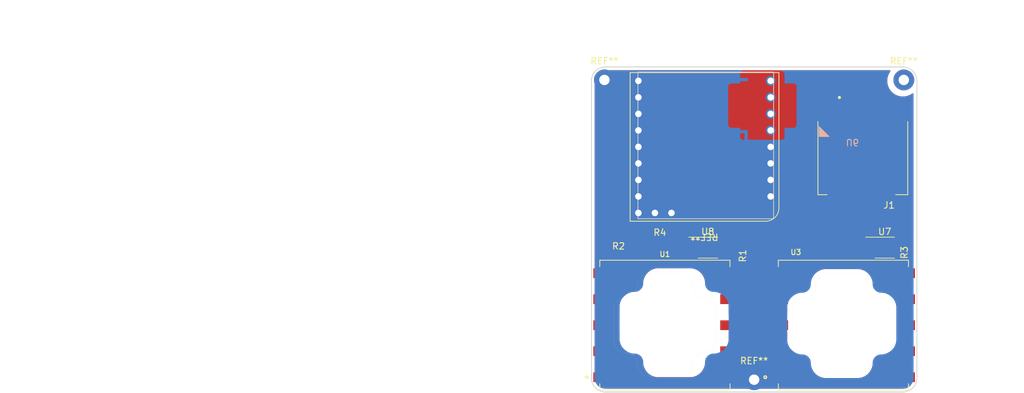
<source format=kicad_pcb>
(kicad_pcb (version 20211014) (generator pcbnew)
  (layers (0 "F.Cu" signal) (31 "B.Cu" signal) (34 "B.Paste" user) (35 "F.Paste" user) (36 "B.SilkS" user "B.Silkscreen") (37 "F.SilkS" user "F.Silkscreen") (38 "B.Mask" user) (39 "F.Mask" user) (44 "Edge.Cuts" user))
  (net 0 "")
  (net 1 "Net-(R1-Pad1)")
  (net 2 "Net-(R1-Pad2)")
  (net 3 "Net-(C1-Pad1)")
  (net 4 "Net-(C1-Pad2)")
  (net 5 "Net-(R3-Pad1)")
  (net 6 "Net-(R3-Pad2)")
  (net 7 "Net-(C2-Pad1)")
  (net 8 "Net-(C2-Pad2)")
  (net 9 "Net-(U1-Pad1)")
  (net 10 "Net-(U1-Pad5)")
  (net 11 "GND")
  (net 12 "SCL")
  (net 13 "SDA")
  (net 14 "+3V3")
  (net 15 "Net-(U3-Pad1)")
  (net 16 "Net-(U3-Pad5)")
  (net 19 "CS")
  (net 20 "COPI")
  (net 21 "SCLK")
  (net 22 "Net-(J1-Pad10)")
  (net 23 "CIPO")
  (net 38 "Net-(R8-Pad1)")
  (net 39 "Net-(A2-Pad6)")
  (net 40 "Net-(R5-Pad1)")
  (net 41 "Net-(C3-Pad1)")
  (net 42 "Net-(R11-Pad1)")
  (net 43 "+3.3VA")
  (net 44 "Net-(C4-Pad2)")
  (net 45 "Net-(C4-Pad1)")
  (net 46 "Net-(R6-Pad1)")
  (net 47 "VGAS")
  (footprint "Arduino:Arduino_Nicla" (layer "F.Cu") (at 137.16 90.932 180)
    (fp_text reference "REF**" (at 0.0254 -13.8444 180 unlocked) (layer "F.SilkS"))
    (fp_text value "Arduino_Nicla")
    (fp_line (start -11.43 -9.43) (end -11.43 11.43) (layer "F.SilkS") (width 0.127))
    (fp_line (start -9.43 -11.43) (end 11.43 -11.43) (layer "F.SilkS") (width 0.127))
    (fp_line (start -11.43 11.43) (end 11.43 11.43) (layer "F.SilkS") (width 0.127))
    (fp_line (start 11.43 -11.43) (end 11.43 11.43) (layer "F.SilkS") (width 0.127))
    (fp_arc (start -11.429999 -9.43) (mid -10.835018 -10.835018) (end -9.43 -11.429999) (layer "F.SilkS") (width 0.12))
    (fp_rect (start -10.6172 -11.049) (end 10.2362 11.5062) (layer "Edge.Cuts") (width 0.12) (fill none))
    (pad "1" thru_hole circle (at 5.08 -10.16 180) (size 1.5 1.5) (drill 1) (layers *.Mask "F.Cu" "In1.Cu" "B.Cu"))
    (pad "1" smd roundrect (at 5.08 -10.16 270) (size 3 1.5) (drill oval (offset 0.8 0)) (layers "F.Cu" "F.Paste" "F.Mask") (roundrect_rratio 0.2))
    (pad "2" thru_hole circle (at 7.62 -10.16 180) (size 1.5 1.5) (drill 1) (layers *.Mask "F.Cu" "In1.Cu" "B.Cu"))
    (pad "2" smd roundrect (at 7.62 -10.16 270) (size 3 1.5) (drill oval (offset 0.8 0)) (layers "F.Cu" "F.Paste" "F.Mask") (roundrect_rratio 0.2))
    (pad "3" smd roundrect (at 10.16 -10.16 180) (size 3 1.5) (drill oval (offset 0.9 0)) (layers "F.Cu" "F.Paste" "F.Mask") (roundrect_rratio 0.2))
    (pad "3" thru_hole circle (at 10.16 -10.16 180) (size 1.5 1.5) (drill 1) (layers *.Mask "F.Cu" "In1.Cu" "B.Cu"))
    (pad "4" thru_hole circle (at -10.16 -7.62 180) (size 1.5 1.5) (drill 1) (layers *.Mask "F.Cu" "In1.Cu" "B.Cu"))
    (pad "4" smd roundrect (at -10.16 -7.62) (size 3 1.5) (drill oval (offset 0.8 0)) (layers "F.Cu" "F.Paste" "F.Mask") (roundrect_rratio 0.2))
    (pad "5" smd roundrect (at -10.16 -5.08) (size 3 1.5) (drill oval (offset 0.8 0)) (layers "F.Cu" "F.Paste" "F.Mask") (roundrect_rratio 0.2))
    (pad "5" thru_hole circle (at -10.16 -5.08 180) (size 1.5 1.5) (drill 1) (layers *.Mask "F.Cu" "In1.Cu" "B.Cu"))
    (pad "6" smd roundrect (at -10.16 -2.54) (size 3 1.5) (drill oval (offset 0.8 0)) (layers "F.Cu" "F.Paste" "F.Mask") (roundrect_rratio 0.2))
    (pad "6" thru_hole circle (at -10.16 -2.54 180) (size 1.5 1.5) (drill 1) (layers *.Mask "F.Cu" "In1.Cu" "B.Cu"))
    (pad "7" smd roundrect (at -10.16 0) (size 3 1.5) (drill oval (offset 0.8 0)) (layers "F.Cu" "F.Paste" "F.Mask") (roundrect_rratio 0.2))
    (pad "7" thru_hole circle (at -10.16 0 180) (size 1.5 1.5) (drill 1) (layers *.Mask "F.Cu" "In1.Cu" "B.Cu"))
    (pad "8" thru_hole circle (at -10.16 2.54 180) (size 1.5 1.5) (drill 1) (layers *.Mask "F.Cu" "In1.Cu" "B.Cu"))
    (pad "8" smd roundrect (at -10.16 2.54) (size 3 1.5) (drill oval (offset 0.8 0)) (layers "F.Cu" "F.Paste" "F.Mask") (roundrect_rratio 0.2))
    (pad "9" smd roundrect (at -10.16 5.08) (size 3 1.5) (drill oval (offset 0.8 0)) (layers "F.Cu" "F.Paste" "F.Mask") (roundrect_rratio 0.2))
    (pad "9" thru_hole circle (at -10.16 5.08 180) (size 1.5 1.5) (drill 1) (layers *.Mask "F.Cu" "In1.Cu" "B.Cu"))
    (pad "10" smd roundrect (at -10.16 7.62) (size 3 1.5) (drill oval (offset 0.8 0)) (layers "F.Cu" "F.Paste" "F.Mask") (roundrect_rratio 0.2))
    (pad "10" thru_hole circle (at -10.16 7.62 180) (size 1.5 1.5) (drill 1) (layers *.Mask "F.Cu" "In1.Cu" "B.Cu"))
    (pad "11" thru_hole circle (at -10.16 10.16 180) (size 1.5 1.5) (drill 1) (layers *.Mask "F.Cu" "In1.Cu" "B.Cu"))
    (pad "11" smd roundrect (at -10.16 10.16) (size 3 1.5) (drill oval (offset 0.8 0)) (layers "F.Cu" "F.Paste" "F.Mask") (roundrect_rratio 0.2))
    (pad "12" smd roundrect (at 10.16 -7.62 180) (size 3 1.5) (drill oval (offset 0.8 0)) (layers "F.Cu" "F.Paste" "F.Mask") (roundrect_rratio 0.2))
    (pad "12" smd roundrect (at 10.16 -7.62 180) (size 3 1.5) (drill oval (offset 0.8 0)) (layers "F.Cu" "F.Paste" "F.Mask") (roundrect_rratio 0.2))
    (pad "12" thru_hole circle (at 10.16 -7.62 180) (size 1.5 1.5) (drill 1) (layers *.Mask "F.Cu" "In1.Cu" "B.Cu"))
    (pad "12" smd circle (at 10.16 -7.62 180) (size 1.5 1.5) (layers "F.Cu" "F.Paste" "F.Mask"))
    (pad "13" thru_hole circle (at 10.16 -5.08 180) (size 1.5 1.5) (drill 1) (layers *.Mask "F.Cu" "In1.Cu" "B.Cu"))
    (pad "13" smd roundrect (at 10.16 -5.08 180) (size 3 1.5) (drill oval (offset 0.8 0)) (layers "F.Cu" "F.Paste" "F.Mask") (roundrect_rratio 0.2))
    (pad "14" smd roundrect (at 10.16 -2.54 180) (size 3 1.5) (drill oval (offset 0.8 0)) (layers "F.Cu" "F.Paste" "F.Mask") (roundrect_rratio 0.2))
    (pad "14" thru_hole circle (at 10.16 -2.54 180) (size 1.5 1.5) (drill 1) (layers *.Mask "F.Cu" "In1.Cu" "B.Cu"))
    (pad "15" smd roundrect (at 10.16 0 180) (size 3 1.5) (drill oval (offset 0.8 0)) (layers "F.Cu" "F.Paste" "F.Mask") (roundrect_rratio 0.2))
    (pad "15" thru_hole circle (at 10.16 0 180) (size 1.5 1.5) (drill 1) (layers *.Mask "F.Cu" "In1.Cu" "B.Cu"))
    (pad "16" thru_hole circle (at 10.16 2.54 180) (size 1.5 1.5) (drill 1) (layers *.Mask "F.Cu" "In1.Cu" "B.Cu"))
    (pad "16" smd roundrect (at 10.16 2.54 180) (size 3 1.5) (drill oval (offset 0.8 0)) (layers "F.Cu" "F.Paste" "F.Mask") (roundrect_rratio 0.2))
    (pad "17" thru_hole circle (at 10.16 5.08 180) (size 1.5 1.5) (drill 1) (layers *.Mask "F.Cu" "In1.Cu" "B.Cu"))
    (pad "17" smd roundrect (at 10.16 5.08 180) (size 3 1.5) (drill oval (offset 0.8 0)) (layers "F.Cu" "F.Paste" "F.Mask") (roundrect_rratio 0.2))
    (pad "18" smd roundrect (at 10.16 7.62 180) (size 3 1.5) (drill oval (offset 0.8 0)) (layers "F.Cu" "F.Paste" "F.Mask") (roundrect_rratio 0.2))
    (pad "18" thru_hole circle (at 10.16 7.62 180) (size 1.5 1.5) (drill 1) (layers *.Mask "F.Cu" "In1.Cu" "B.Cu"))
    (pad "19" smd roundrect (at 10.16 10.16 180) (size 3 1.5) (drill oval (offset 0.8 0)) (layers "F.Cu" "F.Paste" "F.Mask") (roundrect_rratio 0.2))
    (pad "19" thru_hole circle (at 10.16 10.16 180) (size 1.5 1.5) (drill 1) (layers *.Mask "F.Cu" "In1.Cu" "B.Cu"))
  )
  (footprint "Mounting_small:MountingHole_1.6mm_0-80_ISO14580_Pad_TopBottom" (layer "F.Cu") (at 144.78 126.746)
    (fp_text reference "REF**" (at 0 -2.9) (layer "F.SilkS"))
    (fp_text value "MountingHole_1.6mm_0-80_ISO14580_Pad_TopBottom")
    (pad "1" connect circle (at 0 0) (size 3.2 3.2) (layers "B.Cu" "B.Mask"))
    (pad "1" thru_hole circle (at 0 0) (size 2 2) (drill 1.6) (layers F&B.Cu *.Mask))
    (pad "1" connect circle (at 0 0) (size 3.2 3.2) (layers "F.Cu" "F.Mask"))
  )
  (footprint "Resistor_SMD:R_0201_0603Metric" (layer "F.Cu") (at 168.91 107.188 90)
    (fp_text reference "R3" (at 0 -1.05 90) (layer "F.SilkS"))
    (fp_text value "49.9")
    (pad "1" smd roundrect (at -0.32 0 90) (size 0.46 0.4) (layers "F.Cu" "F.Mask") (net 5 "Net-(R3-Pad1)"))
    (pad "2" smd roundrect (at 0.32 0 90) (size 0.46 0.4) (layers "F.Cu" "F.Mask") (net 6 "Net-(R3-Pad2)"))
  )
  (footprint "SPEC_Sensor:XDCR_110-407" (layer "F.Cu") (at 158.496 118.364)
    (fp_text reference "U3" (at -7.305 -11.23094) (layer "F.SilkS") (effects (font (size 0.80085 0.80085))))
    (fp_text value "110-407")
    (fp_line (start -10 -10) (end 10 -10) (layer "F.SilkS") (width 0.127))
    (fp_line (start -10 9) (end -10 10) (layer "F.SilkS") (width 0.127))
    (fp_line (start -10 10) (end 10 10) (layer "F.SilkS") (width 0.127))
    (fp_line (start 10 10) (end 10 9) (layer "F.SilkS") (width 0.127))
    (fp_line (start 10 -10) (end 10 -9) (layer "F.SilkS") (width 0.127))
    (fp_line (start -10 -9) (end -10 -10) (layer "F.SilkS") (width 0.127))
    (fp_circle (center -12 8) (end -11.8 8) (layer "F.SilkS") (width 0.2) (fill none))
    (fp_line (start 2.415 -7.875) (end -2.415 -7.875) (layer "Edge.Cuts") (width 0.01))
    (fp_line (start 7.875 2.415) (end 7.875 -2.415) (layer "Edge.Cuts") (width 0.01))
    (fp_line (start -2.415 7.875) (end 2.415 7.875) (layer "Edge.Cuts") (width 0.01))
    (fp_line (start -7.875 -2.415) (end -7.875 2.415) (layer "Edge.Cuts") (width 0.01))
    (fp_arc (start -4.235 -6.055) (mid -3.701934 -7.341934) (end -2.415 -7.875) (layer "Edge.Cuts") (width 0.01))
    (fp_arc (start 6.055 -4.235) (mid 4.768066 -4.768066) (end 4.235 -6.055) (layer "Edge.Cuts") (width 0.01))
    (fp_arc (start -7.875 -2.415) (mid -7.341934 -3.701934) (end -6.055 -4.235) (layer "Edge.Cuts") (width 0.01))
    (fp_arc (start 7.875 2.415) (mid 7.341934 3.701934) (end 6.055 4.235) (layer "Edge.Cuts") (width 0.01))
    (fp_arc (start -6.055 4.235) (mid -4.768066 4.768066) (end -4.235 6.055) (layer "Edge.Cuts") (width 0.01))
    (fp_arc (start 4.235 6.055) (mid 3.701934 7.341934) (end 2.415 7.875) (layer "Edge.Cuts") (width 0.01))
    (fp_arc (start -2.415 7.875) (mid -3.701934 7.341934) (end -4.235 6.055) (layer "Edge.Cuts") (width 0.01))
    (fp_arc (start 4.235 6.055) (mid 4.768066 4.768066) (end 6.055 4.235) (layer "Edge.Cuts") (width 0.01))
    (fp_arc (start 2.415 -7.875) (mid 3.701934 -7.341934) (end 4.235 -6.055) (layer "Edge.Cuts") (width 0.01))
    (fp_arc (start 6.055 -4.235) (mid 7.341934 -3.701934) (end 7.875 -2.415) (layer "Edge.Cuts") (width 0.01))
    (fp_arc (start -4.235 -6.055) (mid -4.768066 -4.768066) (end -6.055 -4.235) (layer "Edge.Cuts") (width 0.01))
    (fp_arc (start -6.055 4.235) (mid -7.341934 3.701934) (end -7.875 2.415) (layer "Edge.Cuts") (width 0.01))
    (pad "1" smd rect locked (at -9.75 8) (size 2.5 1.5) (layers "F.Cu" "F.Paste" "F.Mask") (net 15 "Net-(U3-Pad1)"))
    (pad "2" smd rect locked (at -9.75 4) (size 2.5 1.5) (layers "F.Cu" "F.Paste" "F.Mask"))
    (pad "3" smd rect locked (at -9.75 0) (size 2.5 1.5) (layers "F.Cu" "F.Paste" "F.Mask"))
    (pad "4" smd rect locked (at -9.75 -4) (size 2.5 1.5) (layers "F.Cu" "F.Paste" "F.Mask"))
    (pad "5" smd rect locked (at -9.75 -8) (size 2.5 1.5) (layers "F.Cu" "F.Paste" "F.Mask") (net 16 "Net-(U3-Pad5)"))
    (pad "6" smd rect locked (at 9.75 -8 180) (size 2.5 1.5) (layers "F.Cu" "F.Paste" "F.Mask") (net 5 "Net-(R3-Pad1)"))
    (pad "7" smd rect locked (at 9.75 -4 180) (size 2.5 1.5) (layers "F.Cu" "F.Paste" "F.Mask"))
    (pad "8" smd rect locked (at 9.75 0 180) (size 2.5 1.5) (layers "F.Cu" "F.Paste" "F.Mask"))
    (pad "9" smd rect locked (at 9.75 4 180) (size 2.5 1.5) (layers "F.Cu" "F.Paste" "F.Mask"))
    (pad "10" smd rect locked (at 9.75 8 180) (size 2.5 1.5) (layers "F.Cu" "F.Paste" "F.Mask") (net 15 "Net-(U3-Pad1)"))
    (zone (net 0) (net_name "") (layer "F.Cu") (connect_pads (clearance 0)) (min_thickness 0.05)
      (keepout (tracks not_allowed) (vias not_allowed) (pads not_allowed) (copperpour not_allowed) (footprints allowed))
      (fill (thermal_gap 0.508) (thermal_bridge_width 0.508))
      (polygon (pts (xy 162.996 124.364) (xy 162.998 124.285) (xy 163.004 124.207) (xy 163.014 124.129) (xy 163.029 124.052) (xy 163.047 123.976) (xy 163.069 123.9) (xy 163.096 123.826) (xy 163.126 123.754) (xy 163.159 123.683) (xy 163.197 123.614) (xy 163.238 123.547) (xy 163.282 123.482) (xy 163.33 123.42) (xy 163.381 123.36) (xy 163.435 123.303) (xy 163.492 123.249) (xy 163.552 123.198) (xy 163.614 123.15) (xy 163.679 123.106) (xy 163.746 123.065) (xy 163.815 123.027) (xy 163.886 122.994) (xy 163.958 122.964) (xy 164.032 122.937) (xy 164.108 122.915) (xy 164.184 122.897) (xy 164.261 122.882) (xy 164.339 122.872) (xy 164.417 122.866) (xy 164.496 122.864) (xy 164.575 122.866) (xy 164.653 122.872) (xy 164.731 122.882) (xy 164.808 122.897) (xy 164.884 122.915) (xy 164.96 122.937) (xy 165.034 122.964) (xy 165.106 122.994) (xy 165.177 123.027) (xy 165.246 123.065) (xy 165.313 123.106) (xy 165.378 123.15) (xy 165.44 123.198) (xy 165.5 123.249) (xy 165.557 123.303) (xy 165.611 123.36) (xy 165.662 123.42) (xy 165.71 123.482) (xy 165.754 123.547) (xy 165.795 123.614) (xy 165.833 123.683) (xy 165.866 123.754) (xy 165.896 123.826) (xy 165.923 123.9) (xy 165.945 123.976) (xy 165.963 124.052) (xy 165.978 124.129) (xy 165.988 124.207) (xy 165.994 124.285) (xy 165.996 124.364) (xy 165.994 124.443) (xy 165.988 124.521) (xy 165.978 124.599) (xy 165.963 124.676) (xy 165.945 124.752) (xy 165.923 124.828) (xy 165.896 124.902) (xy 165.866 124.974) (xy 165.833 125.045) (xy 165.795 125.114) (xy 165.754 125.181) (xy 165.71 125.246) (xy 165.662 125.308) (xy 165.611 125.368) (xy 165.557 125.425) (xy 165.5 125.479) (xy 165.44 125.53) (xy 165.378 125.578) (xy 165.313 125.622) (xy 165.246 125.663) (xy 165.177 125.701) (xy 165.106 125.734) (xy 165.034 125.764) (xy 164.96 125.791) (xy 164.884 125.813) (xy 164.808 125.831) (xy 164.731 125.846) (xy 164.653 125.856) (xy 164.575 125.862) (xy 164.496 125.864) (xy 164.417 125.862) (xy 164.339 125.856) (xy 164.261 125.846) (xy 164.184 125.831) (xy 164.108 125.813) (xy 164.032 125.791) (xy 163.958 125.764) (xy 163.886 125.734) (xy 163.815 125.701) (xy 163.746 125.663) (xy 163.679 125.622) (xy 163.614 125.578) (xy 163.552 125.53) (xy 163.492 125.479) (xy 163.435 125.425) (xy 163.381 125.368) (xy 163.33 125.308) (xy 163.282 125.246) (xy 163.238 125.181) (xy 163.197 125.114) (xy 163.159 125.045) (xy 163.126 124.974) (xy 163.096 124.902) (xy 163.069 124.828) (xy 163.047 124.752) (xy 163.029 124.676) (xy 163.014 124.599) (xy 163.004 124.521) (xy 162.998 124.443)))
    )
    (zone (net 0) (net_name "") (layer "F.Cu") (connect_pads (clearance 0)) (min_thickness 0.05)
      (keepout (tracks not_allowed) (vias not_allowed) (pads not_allowed) (copperpour not_allowed) (footprints allowed))
      (fill (thermal_gap 0.508) (thermal_bridge_width 0.508))
      (polygon (pts (xy 150.996 124.364) (xy 150.998 124.285) (xy 151.004 124.207) (xy 151.014 124.129) (xy 151.029 124.052) (xy 151.047 123.976) (xy 151.069 123.9) (xy 151.096 123.826) (xy 151.126 123.754) (xy 151.159 123.683) (xy 151.197 123.614) (xy 151.238 123.547) (xy 151.282 123.482) (xy 151.33 123.42) (xy 151.381 123.36) (xy 151.435 123.303) (xy 151.492 123.249) (xy 151.552 123.198) (xy 151.614 123.15) (xy 151.679 123.106) (xy 151.746 123.065) (xy 151.815 123.027) (xy 151.886 122.994) (xy 151.958 122.964) (xy 152.032 122.937) (xy 152.108 122.915) (xy 152.184 122.897) (xy 152.261 122.882) (xy 152.339 122.872) (xy 152.417 122.866) (xy 152.496 122.864) (xy 152.575 122.866) (xy 152.653 122.872) (xy 152.731 122.882) (xy 152.808 122.897) (xy 152.884 122.915) (xy 152.96 122.937) (xy 153.034 122.964) (xy 153.106 122.994) (xy 153.177 123.027) (xy 153.246 123.065) (xy 153.313 123.106) (xy 153.378 123.15) (xy 153.44 123.198) (xy 153.5 123.249) (xy 153.557 123.303) (xy 153.611 123.36) (xy 153.662 123.42) (xy 153.71 123.482) (xy 153.754 123.547) (xy 153.795 123.614) (xy 153.833 123.683) (xy 153.866 123.754) (xy 153.896 123.826) (xy 153.923 123.9) (xy 153.945 123.976) (xy 153.963 124.052) (xy 153.978 124.129) (xy 153.988 124.207) (xy 153.994 124.285) (xy 153.996 124.364) (xy 153.994 124.443) (xy 153.988 124.521) (xy 153.978 124.599) (xy 153.963 124.676) (xy 153.945 124.752) (xy 153.923 124.828) (xy 153.896 124.902) (xy 153.866 124.974) (xy 153.833 125.045) (xy 153.795 125.114) (xy 153.754 125.181) (xy 153.71 125.246) (xy 153.662 125.308) (xy 153.611 125.368) (xy 153.557 125.425) (xy 153.5 125.479) (xy 153.44 125.53) (xy 153.378 125.578) (xy 153.313 125.622) (xy 153.246 125.663) (xy 153.177 125.701) (xy 153.106 125.734) (xy 153.034 125.764) (xy 152.96 125.791) (xy 152.884 125.813) (xy 152.808 125.831) (xy 152.731 125.846) (xy 152.653 125.856) (xy 152.575 125.862) (xy 152.496 125.864) (xy 152.417 125.862) (xy 152.339 125.856) (xy 152.261 125.846) (xy 152.184 125.831) (xy 152.108 125.813) (xy 152.032 125.791) (xy 151.958 125.764) (xy 151.886 125.734) (xy 151.815 125.701) (xy 151.746 125.663) (xy 151.679 125.622) (xy 151.614 125.578) (xy 151.552 125.53) (xy 151.492 125.479) (xy 151.435 125.425) (xy 151.381 125.368) (xy 151.33 125.308) (xy 151.282 125.246) (xy 151.238 125.181) (xy 151.197 125.114) (xy 151.159 125.045) (xy 151.126 124.974) (xy 151.096 124.902) (xy 151.069 124.828) (xy 151.047 124.752) (xy 151.029 124.676) (xy 151.014 124.599) (xy 151.004 124.521) (xy 150.998 124.443)))
    )
    (zone (net 0) (net_name "") (layer "F.Cu") (connect_pads (clearance 0)) (min_thickness 0.05)
      (keepout (tracks not_allowed) (vias not_allowed) (pads not_allowed) (copperpour not_allowed) (footprints allowed))
      (fill (thermal_gap 0.508) (thermal_bridge_width 0.508))
      (polygon (pts (xy 150.996 112.364) (xy 150.998 112.285) (xy 151.004 112.207) (xy 151.014 112.129) (xy 151.029 112.052) (xy 151.047 111.976) (xy 151.069 111.9) (xy 151.096 111.826) (xy 151.126 111.754) (xy 151.159 111.683) (xy 151.197 111.614) (xy 151.238 111.547) (xy 151.282 111.482) (xy 151.33 111.42) (xy 151.381 111.36) (xy 151.435 111.303) (xy 151.492 111.249) (xy 151.552 111.198) (xy 151.614 111.15) (xy 151.679 111.106) (xy 151.746 111.065) (xy 151.815 111.027) (xy 151.886 110.994) (xy 151.958 110.964) (xy 152.032 110.937) (xy 152.108 110.915) (xy 152.184 110.897) (xy 152.261 110.882) (xy 152.339 110.872) (xy 152.417 110.866) (xy 152.496 110.864) (xy 152.575 110.866) (xy 152.653 110.872) (xy 152.731 110.882) (xy 152.808 110.897) (xy 152.884 110.915) (xy 152.96 110.937) (xy 153.034 110.964) (xy 153.106 110.994) (xy 153.177 111.027) (xy 153.246 111.065) (xy 153.313 111.106) (xy 153.378 111.15) (xy 153.44 111.198) (xy 153.5 111.249) (xy 153.557 111.303) (xy 153.611 111.36) (xy 153.662 111.42) (xy 153.71 111.482) (xy 153.754 111.547) (xy 153.795 111.614) (xy 153.833 111.683) (xy 153.866 111.754) (xy 153.896 111.826) (xy 153.923 111.9) (xy 153.945 111.976) (xy 153.963 112.052) (xy 153.978 112.129) (xy 153.988 112.207) (xy 153.994 112.285) (xy 153.996 112.364) (xy 153.994 112.443) (xy 153.988 112.521) (xy 153.978 112.599) (xy 153.963 112.676) (xy 153.945 112.752) (xy 153.923 112.828) (xy 153.896 112.902) (xy 153.866 112.974) (xy 153.833 113.045) (xy 153.795 113.114) (xy 153.754 113.181) (xy 153.71 113.246) (xy 153.662 113.308) (xy 153.611 113.368) (xy 153.557 113.425) (xy 153.5 113.479) (xy 153.44 113.53) (xy 153.378 113.578) (xy 153.313 113.622) (xy 153.246 113.663) (xy 153.177 113.701) (xy 153.106 113.734) (xy 153.034 113.764) (xy 152.96 113.791) (xy 152.884 113.813) (xy 152.808 113.831) (xy 152.731 113.846) (xy 152.653 113.856) (xy 152.575 113.862) (xy 152.496 113.864) (xy 152.417 113.862) (xy 152.339 113.856) (xy 152.261 113.846) (xy 152.184 113.831) (xy 152.108 113.813) (xy 152.032 113.791) (xy 151.958 113.764) (xy 151.886 113.734) (xy 151.815 113.701) (xy 151.746 113.663) (xy 151.679 113.622) (xy 151.614 113.578) (xy 151.552 113.53) (xy 151.492 113.479) (xy 151.435 113.425) (xy 151.381 113.368) (xy 151.33 113.308) (xy 151.282 113.246) (xy 151.238 113.181) (xy 151.197 113.114) (xy 151.159 113.045) (xy 151.126 112.974) (xy 151.096 112.902) (xy 151.069 112.828) (xy 151.047 112.752) (xy 151.029 112.676) (xy 151.014 112.599) (xy 151.004 112.521) (xy 150.998 112.443)))
    )
    (zone (net 0) (net_name "") (layer "F.Cu") (connect_pads (clearance 0)) (min_thickness 0.05)
      (keepout (tracks not_allowed) (vias not_allowed) (pads not_allowed) (copperpour not_allowed) (footprints allowed))
      (fill (thermal_gap 0.508) (thermal_bridge_width 0.508))
      (polygon (pts (xy 162.996 112.364) (xy 162.998 112.285) (xy 163.004 112.207) (xy 163.014 112.129) (xy 163.029 112.052) (xy 163.047 111.976) (xy 163.069 111.9) (xy 163.096 111.826) (xy 163.126 111.754) (xy 163.159 111.683) (xy 163.197 111.614) (xy 163.238 111.547) (xy 163.282 111.482) (xy 163.33 111.42) (xy 163.381 111.36) (xy 163.435 111.303) (xy 163.492 111.249) (xy 163.552 111.198) (xy 163.614 111.15) (xy 163.679 111.106) (xy 163.746 111.065) (xy 163.815 111.027) (xy 163.886 110.994) (xy 163.958 110.964) (xy 164.032 110.937) (xy 164.108 110.915) (xy 164.184 110.897) (xy 164.261 110.882) (xy 164.339 110.872) (xy 164.417 110.866) (xy 164.496 110.864) (xy 164.575 110.866) (xy 164.653 110.872) (xy 164.731 110.882) (xy 164.808 110.897) (xy 164.884 110.915) (xy 164.96 110.937) (xy 165.034 110.964) (xy 165.106 110.994) (xy 165.177 111.027) (xy 165.246 111.065) (xy 165.313 111.106) (xy 165.378 111.15) (xy 165.44 111.198) (xy 165.5 111.249) (xy 165.557 111.303) (xy 165.611 111.36) (xy 165.662 111.42) (xy 165.71 111.482) (xy 165.754 111.547) (xy 165.795 111.614) (xy 165.833 111.683) (xy 165.866 111.754) (xy 165.896 111.826) (xy 165.923 111.9) (xy 165.945 111.976) (xy 165.963 112.052) (xy 165.978 112.129) (xy 165.988 112.207) (xy 165.994 112.285) (xy 165.996 112.364) (xy 165.994 112.443) (xy 165.988 112.521) (xy 165.978 112.599) (xy 165.963 112.676) (xy 165.945 112.752) (xy 165.923 112.828) (xy 165.896 112.902) (xy 165.866 112.974) (xy 165.833 113.045) (xy 165.795 113.114) (xy 165.754 113.181) (xy 165.71 113.246) (xy 165.662 113.308) (xy 165.611 113.368) (xy 165.557 113.425) (xy 165.5 113.479) (xy 165.44 113.53) (xy 165.378 113.578) (xy 165.313 113.622) (xy 165.246 113.663) (xy 165.177 113.701) (xy 165.106 113.734) (xy 165.034 113.764) (xy 164.96 113.791) (xy 164.884 113.813) (xy 164.808 113.831) (xy 164.731 113.846) (xy 164.653 113.856) (xy 164.575 113.862) (xy 164.496 113.864) (xy 164.417 113.862) (xy 164.339 113.856) (xy 164.261 113.846) (xy 164.184 113.831) (xy 164.108 113.813) (xy 164.032 113.791) (xy 163.958 113.764) (xy 163.886 113.734) (xy 163.815 113.701) (xy 163.746 113.663) (xy 163.679 113.622) (xy 163.614 113.578) (xy 163.552 113.53) (xy 163.492 113.479) (xy 163.435 113.425) (xy 163.381 113.368) (xy 163.33 113.308) (xy 163.282 113.246) (xy 163.238 113.181) (xy 163.197 113.114) (xy 163.159 113.045) (xy 163.126 112.974) (xy 163.096 112.902) (xy 163.069 112.828) (xy 163.047 112.752) (xy 163.029 112.676) (xy 163.014 112.599) (xy 163.004 112.521) (xy 162.998 112.443)))
    )
  )
  (footprint "Mounting_small:MountingHole_1.6mm_0-80_ISO14580_Pad_TopBottom" (layer "F.Cu") (at 121.78 80.632)
    (fp_text reference "REF**" (at 0 -2.9) (layer "F.SilkS"))
    (fp_text value "MountingHole_1.6mm_0-80_ISO14580_Pad_TopBottom")
    (pad "1" connect circle (at 0 0) (size 3.2 3.2) (layers "B.Cu" "B.Mask"))
    (pad "1" connect circle (at 0 0) (size 3.2 3.2) (layers "F.Cu" "F.Mask"))
    (pad "1" thru_hole circle (at 0 0) (size 2 2) (drill 1.6) (layers *.Cu *.Mask))
  )
  (footprint "Package_SO:MSOP-8_3x3mm_P0.65mm" (layer "F.Cu") (at 137.668 106.426)
    (fp_text reference "U8" (at 0 -2.45) (layer "F.SilkS"))
    (fp_text value "MCP6L02x-xMS")
    (fp_line (start 0 -1.61) (end -2.925 -1.61) (layer "F.SilkS") (width 0.12))
    (fp_line (start 0 1.61) (end -1.5 1.61) (layer "F.SilkS") (width 0.12))
    (fp_line (start 0 1.61) (end 1.5 1.61) (layer "F.SilkS") (width 0.12))
    (fp_line (start 0 -1.61) (end 1.5 -1.61) (layer "F.SilkS") (width 0.12))
    (pad "1" smd roundrect (at -2.1125 -0.975) (size 1.625 0.4) (layers "F.Cu" "F.Paste" "F.Mask") (net 44 "Net-(C4-Pad2)"))
    (pad "2" smd roundrect (at -2.1125 -0.325) (size 1.625 0.4) (layers "F.Cu" "F.Paste" "F.Mask") (net 45 "Net-(C4-Pad1)"))
    (pad "3" smd roundrect (at -2.1125 0.325) (size 1.625 0.4) (layers "F.Cu" "F.Paste" "F.Mask") (net 46 "Net-(R6-Pad1)"))
    (pad "4" smd roundrect (at -2.1125 0.975) (size 1.625 0.4) (layers "F.Cu" "F.Paste" "F.Mask") (net 11 "GND"))
    (pad "5" smd roundrect (at 2.1125 0.975) (size 1.625 0.4) (layers "F.Cu" "F.Paste" "F.Mask") (net 44 "Net-(C4-Pad2)"))
    (pad "6" smd roundrect (at 2.1125 0.325) (size 1.625 0.4) (layers "F.Cu" "F.Paste" "F.Mask") (net 47 "VGAS"))
    (pad "7" smd roundrect (at 2.1125 -0.325) (size 1.625 0.4) (layers "F.Cu" "F.Paste" "F.Mask") (net 47 "VGAS"))
    (pad "8" smd roundrect (at 2.1125 -0.975) (size 1.625 0.4) (layers "F.Cu" "F.Paste" "F.Mask") (net 43 "+3.3VA"))
  )
  (footprint "DM3CS-SF(1):HRS_DM3CS-SF" (layer "F.Cu") (at 161.68 91.232 180)
    (fp_text reference "J1" (at -3.840295 -8.669495) (layer "F.SilkS") (effects (font (size 1.003992 1.003992))))
    (fp_text value "Micro_SD_Card_Det_Hirose_DM3CS")
    (fp_line (start 7.1 -7.05) (end 5.7 -7.05) (layer "F.SilkS") (width 0.127))
    (fp_line (start 7.1 -7.05) (end 7.1 4.2) (layer "F.SilkS") (width 0.127))
    (fp_line (start -6.7 -7.05) (end -4.826 -7.05) (layer "F.SilkS") (width 0.127))
    (fp_line (start -6.7 4.2) (end -6.7 -7.05) (layer "F.SilkS") (width 0.127))
    (fp_circle (center 3.8 7.9) (end 3.92 7.9) (layer "F.SilkS") (width 0.24) (fill none))
    (pad "1" smd rect locked (at 3.2 6.35 180) (size 0.7 2) (layers "F.Cu" "F.Paste" "F.Mask"))
    (pad "2" smd rect locked (at 2.1 6.35 180) (size 0.7 2) (layers "F.Cu" "F.Paste" "F.Mask") (net 19 "CS"))
    (pad "3" smd rect locked (at 1 6.35 180) (size 0.7 2) (layers "F.Cu" "F.Paste" "F.Mask") (net 20 "COPI"))
    (pad "4" smd rect locked (at -0.1 6.35 180) (size 0.7 2) (layers "F.Cu" "F.Paste" "F.Mask") (net 14 "+3V3"))
    (pad "5" smd rect locked (at -1.2 6.35 180) (size 0.7 2) (layers "F.Cu" "F.Paste" "F.Mask") (net 21 "SCLK"))
    (pad "6" smd rect locked (at -2.3 6.35 180) (size 0.7 2) (layers "F.Cu" "F.Paste" "F.Mask") (net 22 "Net-(J1-Pad10)"))
    (pad "7" smd rect locked (at -3.4 6.35 180) (size 0.7 2) (layers "F.Cu" "F.Paste" "F.Mask") (net 23 "CIPO"))
    (pad "8" smd rect locked (at -4.5 6.35 180) (size 0.7 2) (layers "F.Cu" "F.Paste" "F.Mask"))
    (pad "9" smd rect locked (at 1.8 -6.35 180) (size 2.7 1.4) (layers "F.Cu" "F.Paste" "F.Mask") (net 22 "Net-(J1-Pad10)"))
    (pad "S1" smd rect locked (at -6.6 5.85 180) (size 1 2.6) (layers "F.Cu" "F.Paste" "F.Mask"))
    (pad "S2" smd rect locked (at 6.75 5.85 180) (size 1.5 2.6) (layers "F.Cu" "F.Paste" "F.Mask"))
    (pad "S3" smd rect locked (at -3.1 -6.35 180) (size 2.7 1.4) (layers "F.Cu" "F.Paste" "F.Mask"))
    (pad "S5" smd rect locked (at 4.85 -6.45 180) (size 1.2 1.2) (layers "F.Cu" "F.Paste" "F.Mask"))
    (zone (net 0) (net_name "") (layer "F.Cu") (connect_pads (clearance 0)) (min_thickness 0.01)
      (keepout (tracks not_allowed) (vias not_allowed) (pads not_allowed) (copperpour not_allowed) (footprints allowed))
      (fill (thermal_gap 0.508) (thermal_bridge_width 0.508))
      (polygon (pts (xy 168.59239 90.482) (xy 167.98 90.482) (xy 167.98 86.67383) (xy 168.59239 86.67383)))
    )
    (zone (net 0) (net_name "") (layer "F.Cu") (connect_pads (clearance 0)) (min_thickness 0.01)
      (keepout (tracks not_allowed) (vias not_allowed) (pads not_allowed) (copperpour not_allowed) (footprints allowed))
      (fill (thermal_gap 0.508) (thermal_bridge_width 0.508))
      (polygon (pts (xy 154.9705 90.482) (xy 154.38 90.482) (xy 154.38 86.67555) (xy 154.9705 86.67555)))
    )
    (zone (net 0) (net_name "") (layer "F.Cu") (connect_pads (clearance 0)) (min_thickness 0.01)
      (keepout (tracks not_allowed) (vias not_allowed) (pads not_allowed) (copperpour not_allowed) (footprints allowed))
      (fill (thermal_gap 0.508) (thermal_bridge_width 0.508))
      (polygon (pts (xy 166.73292 95.382) (xy 157.93 95.382) (xy 157.93 92.88295) (xy 166.73292 92.88295)))
    )
  )
  (footprint "Mounting_small:MountingHole_1.6mm_0-80_ISO14580_Pad_TopBottom" (layer "F.Cu") (at 167.78 80.632)
    (fp_text reference "REF**" (at 0 -2.9) (layer "F.SilkS"))
    (fp_text value "MountingHole_1.6mm_0-80_ISO14580_Pad_TopBottom")
    (pad "1" thru_hole circle (at 0 0) (size 2 2) (drill 1.6) (layers *.Cu *.Mask))
    (pad "1" connect circle (at 0 0) (size 3.2 3.2) (layers "F.Cu" "F.Mask"))
    (pad "1" connect circle (at 0 0) (size 3.2 3.2) (layers "B.Cu" "B.Mask"))
  )
  (footprint "SPEC_Sensor:XDCR_110-407" (layer "F.Cu") (at 131.0685 118.364)
    (fp_text reference "U1" (at 0 -10.922) (layer "F.SilkS") (effects (font (size 0.80085 0.80085))))
    (fp_text value "110-407")
    (fp_line (start -10 -10) (end 10 -10) (layer "F.SilkS") (width 0.127))
    (fp_line (start 10 10) (end 10 9) (layer "F.SilkS") (width 0.127))
    (fp_line (start -10 9) (end -10 10) (layer "F.SilkS") (width 0.127))
    (fp_line (start 10 -10) (end 10 -9) (layer "F.SilkS") (width 0.127))
    (fp_line (start -10 10) (end 10 10) (layer "F.SilkS") (width 0.127))
    (fp_line (start -10 -9) (end -10 -10) (layer "F.SilkS") (width 0.127))
    (fp_circle (center -12 8) (end -11.8 8) (layer "F.SilkS") (width 0.2) (fill none))
    (fp_line (start -2.415 7.875) (end 2.415 7.875) (layer "Edge.Cuts") (width 0.01))
    (fp_line (start 2.415 -7.875) (end -2.415 -7.875) (layer "Edge.Cuts") (width 0.01))
    (fp_line (start 7.875 2.415) (end 7.875 -2.415) (layer "Edge.Cuts") (width 0.01))
    (fp_line (start -7.875 -2.415) (end -7.875 2.415) (layer "Edge.Cuts") (width 0.01))
    (fp_arc (start 6.055 -4.235) (mid 4.768066 -4.768066) (end 4.235 -6.055) (layer "Edge.Cuts") (width 0.01))
    (fp_arc (start -7.875 -2.415) (mid -7.341934 -3.701934) (end -6.055 -4.235) (layer "Edge.Cuts") (width 0.01))
    (fp_arc (start -4.235 -6.055) (mid -4.768066 -4.768066) (end -6.055 -4.235) (layer "Edge.Cuts") (width 0.01))
    (fp_arc (start 4.235 6.055) (mid 3.701934 7.341934) (end 2.415 7.875) (layer "Edge.Cuts") (width 0.01))
    (fp_arc (start -4.235 -6.055) (mid -3.701934 -7.341934) (end -2.415 -7.875) (layer "Edge.Cuts") (width 0.01))
    (fp_arc (start 4.235 6.055) (mid 4.768066 4.768066) (end 6.055 4.235) (layer "Edge.Cuts") (width 0.01))
    (fp_arc (start -6.055 4.235) (mid -7.341934 3.701934) (end -7.875 2.415) (layer "Edge.Cuts") (width 0.01))
    (fp_arc (start 7.875 2.415) (mid 7.341934 3.701934) (end 6.055 4.235) (layer "Edge.Cuts") (width 0.01))
    (fp_arc (start 6.055 -4.235) (mid 7.341934 -3.701934) (end 7.875 -2.415) (layer "Edge.Cuts") (width 0.01))
    (fp_arc (start 2.415 -7.875) (mid 3.701934 -7.341934) (end 4.235 -6.055) (layer "Edge.Cuts") (width 0.01))
    (fp_arc (start -2.415 7.875) (mid -3.701934 7.341934) (end -4.235 6.055) (layer "Edge.Cuts") (width 0.01))
    (fp_arc (start -6.055 4.235) (mid -4.768066 4.768066) (end -4.235 6.055) (layer "Edge.Cuts") (width 0.01))
    (pad "1" smd rect locked (at -9.75 8) (size 2.5 1.5) (layers "F.Cu" "F.Paste" "F.Mask") (net 9 "Net-(U1-Pad1)"))
    (pad "2" smd rect locked (at -9.75 4) (size 2.5 1.5) (layers "F.Cu" "F.Paste" "F.Mask"))
    (pad "3" smd rect locked (at -9.75 0) (size 2.5 1.5) (layers "F.Cu" "F.Paste" "F.Mask"))
    (pad "4" smd rect locked (at -9.75 -4) (size 2.5 1.5) (layers "F.Cu" "F.Paste" "F.Mask"))
    (pad "5" smd rect locked (at -9.75 -8) (size 2.5 1.5) (layers "F.Cu" "F.Paste" "F.Mask") (net 10 "Net-(U1-Pad5)"))
    (pad "6" smd rect locked (at 9.75 -8 180) (size 2.5 1.5) (layers "F.Cu" "F.Paste" "F.Mask") (net 1 "Net-(R1-Pad1)"))
    (pad "7" smd rect locked (at 9.75 -4 180) (size 2.5 1.5) (layers "F.Cu" "F.Paste" "F.Mask"))
    (pad "8" smd rect locked (at 9.75 0 180) (size 2.5 1.5) (layers "F.Cu" "F.Paste" "F.Mask"))
    (pad "9" smd rect locked (at 9.75 4 180) (size 2.5 1.5) (layers "F.Cu" "F.Paste" "F.Mask"))
    (pad "10" smd rect locked (at 9.75 8 180) (size 2.5 1.5) (layers "F.Cu" "F.Paste" "F.Mask") (net 9 "Net-(U1-Pad1)"))
    (zone (net 0) (net_name "") (layer "F.Cu") (connect_pads (clearance 0)) (min_thickness 0.05)
      (keepout (tracks not_allowed) (vias not_allowed) (pads not_allowed) (copperpour not_allowed) (footprints allowed))
      (fill (thermal_gap 0.508) (thermal_bridge_width 0.508))
      (polygon (pts (xy 123.5685 124.364) (xy 123.5705 124.285) (xy 123.5765 124.207) (xy 123.5865 124.129) (xy 123.6015 124.052) (xy 123.6195 123.976) (xy 123.6415 123.9) (xy 123.6685 123.826) (xy 123.6985 123.754) (xy 123.7315 123.683) (xy 123.7695 123.614) (xy 123.8105 123.547) (xy 123.8545 123.482) (xy 123.9025 123.42) (xy 123.9535 123.36) (xy 124.0075 123.303) (xy 124.0645 123.249) (xy 124.1245 123.198) (xy 124.1865 123.15) (xy 124.2515 123.106) (xy 124.3185 123.065) (xy 124.3875 123.027) (xy 124.4585 122.994) (xy 124.5305 122.964) (xy 124.6045 122.937) (xy 124.6805 122.915) (xy 124.7565 122.897) (xy 124.8335 122.882) (xy 124.9115 122.872) (xy 124.9895 122.866) (xy 125.0685 122.864) (xy 125.1475 122.866) (xy 125.2255 122.872) (xy 125.3035 122.882) (xy 125.3805 122.897) (xy 125.4565 122.915) (xy 125.5325 122.937) (xy 125.6065 122.964) (xy 125.6785 122.994) (xy 125.7495 123.027) (xy 125.8185 123.065) (xy 125.8855 123.106) (xy 125.9505 123.15) (xy 126.0125 123.198) (xy 126.0725 123.249) (xy 126.1295 123.303) (xy 126.1835 123.36) (xy 126.2345 123.42) (xy 126.2825 123.482) (xy 126.3265 123.547) (xy 126.3675 123.614) (xy 126.4055 123.683) (xy 126.4385 123.754) (xy 126.4685 123.826) (xy 126.4955 123.9) (xy 126.5175 123.976) (xy 126.5355 124.052) (xy 126.5505 124.129) (xy 126.5605 124.207) (xy 126.5665 124.285) (xy 126.5685 124.364) (xy 126.5665 124.443) (xy 126.5605 124.521) (xy 126.5505 124.599) (xy 126.5355 124.676) (xy 126.5175 124.752) (xy 126.4955 124.828) (xy 126.4685 124.902) (xy 126.4385 124.974) (xy 126.4055 125.045) (xy 126.3675 125.114) (xy 126.3265 125.181) (xy 126.2825 125.246) (xy 126.2345 125.308) (xy 126.1835 125.368) (xy 126.1295 125.425) (xy 126.0725 125.479) (xy 126.0125 125.53) (xy 125.9505 125.578) (xy 125.8855 125.622) (xy 125.8185 125.663) (xy 125.7495 125.701) (xy 125.6785 125.734) (xy 125.6065 125.764) (xy 125.5325 125.791) (xy 125.4565 125.813) (xy 125.3805 125.831) (xy 125.3035 125.846) (xy 125.2255 125.856) (xy 125.1475 125.862) (xy 125.0685 125.864) (xy 124.9895 125.862) (xy 124.9115 125.856) (xy 124.8335 125.846) (xy 124.7565 125.831) (xy 124.6805 125.813) (xy 124.6045 125.791) (xy 124.5305 125.764) (xy 124.4585 125.734) (xy 124.3875 125.701) (xy 124.3185 125.663) (xy 124.2515 125.622) (xy 124.1865 125.578) (xy 124.1245 125.53) (xy 124.0645 125.479) (xy 124.0075 125.425) (xy 123.9535 125.368) (xy 123.9025 125.308) (xy 123.8545 125.246) (xy 123.8105 125.181) (xy 123.7695 125.114) (xy 123.7315 125.045) (xy 123.6985 124.974) (xy 123.6685 124.902) (xy 123.6415 124.828) (xy 123.6195 124.752) (xy 123.6015 124.676) (xy 123.5865 124.599) (xy 123.5765 124.521) (xy 123.5705 124.443)))
    )
    (zone (net 0) (net_name "") (layer "F.Cu") (connect_pads (clearance 0)) (min_thickness 0.05)
      (keepout (tracks not_allowed) (vias not_allowed) (pads not_allowed) (copperpour not_allowed) (footprints allowed))
      (fill (thermal_gap 0.508) (thermal_bridge_width 0.508))
      (polygon (pts (xy 135.5685 112.364) (xy 135.5705 112.285) (xy 135.5765 112.207) (xy 135.5865 112.129) (xy 135.6015 112.052) (xy 135.6195 111.976) (xy 135.6415 111.9) (xy 135.6685 111.826) (xy 135.6985 111.754) (xy 135.7315 111.683) (xy 135.7695 111.614) (xy 135.8105 111.547) (xy 135.8545 111.482) (xy 135.9025 111.42) (xy 135.9535 111.36) (xy 136.0075 111.303) (xy 136.0645 111.249) (xy 136.1245 111.198) (xy 136.1865 111.15) (xy 136.2515 111.106) (xy 136.3185 111.065) (xy 136.3875 111.027) (xy 136.4585 110.994) (xy 136.5305 110.964) (xy 136.6045 110.937) (xy 136.6805 110.915) (xy 136.7565 110.897) (xy 136.8335 110.882) (xy 136.9115 110.872) (xy 136.9895 110.866) (xy 137.0685 110.864) (xy 137.1475 110.866) (xy 137.2255 110.872) (xy 137.3035 110.882) (xy 137.3805 110.897) (xy 137.4565 110.915) (xy 137.5325 110.937) (xy 137.6065 110.964) (xy 137.6785 110.994) (xy 137.7495 111.027) (xy 137.8185 111.065) (xy 137.8855 111.106) (xy 137.9505 111.15) (xy 138.0125 111.198) (xy 138.0725 111.249) (xy 138.1295 111.303) (xy 138.1835 111.36) (xy 138.2345 111.42) (xy 138.2825 111.482) (xy 138.3265 111.547) (xy 138.3675 111.614) (xy 138.4055 111.683) (xy 138.4385 111.754) (xy 138.4685 111.826) (xy 138.4955 111.9) (xy 138.5175 111.976) (xy 138.5355 112.052) (xy 138.5505 112.129) (xy 138.5605 112.207) (xy 138.5665 112.285) (xy 138.5685 112.364) (xy 138.5665 112.443) (xy 138.5605 112.521) (xy 138.5505 112.599) (xy 138.5355 112.676) (xy 138.5175 112.752) (xy 138.4955 112.828) (xy 138.4685 112.902) (xy 138.4385 112.974) (xy 138.4055 113.045) (xy 138.3675 113.114) (xy 138.3265 113.181) (xy 138.2825 113.246) (xy 138.2345 113.308) (xy 138.1835 113.368) (xy 138.1295 113.425) (xy 138.0725 113.479) (xy 138.0125 113.53) (xy 137.9505 113.578) (xy 137.8855 113.622) (xy 137.8185 113.663) (xy 137.7495 113.701) (xy 137.6785 113.734) (xy 137.6065 113.764) (xy 137.5325 113.791) (xy 137.4565 113.813) (xy 137.3805 113.831) (xy 137.3035 113.846) (xy 137.2255 113.856) (xy 137.1475 113.862) (xy 137.0685 113.864) (xy 136.9895 113.862) (xy 136.9115 113.856) (xy 136.8335 113.846) (xy 136.7565 113.831) (xy 136.6805 113.813) (xy 136.6045 113.791) (xy 136.5305 113.764) (xy 136.4585 113.734) (xy 136.3875 113.701) (xy 136.3185 113.663) (xy 136.2515 113.622) (xy 136.1865 113.578) (xy 136.1245 113.53) (xy 136.0645 113.479) (xy 136.0075 113.425) (xy 135.9535 113.368) (xy 135.9025 113.308) (xy 135.8545 113.246) (xy 135.8105 113.181) (xy 135.7695 113.114) (xy 135.7315 113.045) (xy 135.6985 112.974) (xy 135.6685 112.902) (xy 135.6415 112.828) (xy 135.6195 112.752) (xy 135.6015 112.676) (xy 135.5865 112.599) (xy 135.5765 112.521) (xy 135.5705 112.443)))
    )
    (zone (net 0) (net_name "") (layer "F.Cu") (connect_pads (clearance 0)) (min_thickness 0.05)
      (keepout (tracks not_allowed) (vias not_allowed) (pads not_allowed) (copperpour not_allowed) (footprints allowed))
      (fill (thermal_gap 0.508) (thermal_bridge_width 0.508))
      (polygon (pts (xy 123.5685 112.364) (xy 123.5705 112.285) (xy 123.5765 112.207) (xy 123.5865 112.129) (xy 123.6015 112.052) (xy 123.6195 111.976) (xy 123.6415 111.9) (xy 123.6685 111.826) (xy 123.6985 111.754) (xy 123.7315 111.683) (xy 123.7695 111.614) (xy 123.8105 111.547) (xy 123.8545 111.482) (xy 123.9025 111.42) (xy 123.9535 111.36) (xy 124.0075 111.303) (xy 124.0645 111.249) (xy 124.1245 111.198) (xy 124.1865 111.15) (xy 124.2515 111.106) (xy 124.3185 111.065) (xy 124.3875 111.027) (xy 124.4585 110.994) (xy 124.5305 110.964) (xy 124.6045 110.937) (xy 124.6805 110.915) (xy 124.7565 110.897) (xy 124.8335 110.882) (xy 124.9115 110.872) (xy 124.9895 110.866) (xy 125.0685 110.864) (xy 125.1475 110.866) (xy 125.2255 110.872) (xy 125.3035 110.882) (xy 125.3805 110.897) (xy 125.4565 110.915) (xy 125.5325 110.937) (xy 125.6065 110.964) (xy 125.6785 110.994) (xy 125.7495 111.027) (xy 125.8185 111.065) (xy 125.8855 111.106) (xy 125.9505 111.15) (xy 126.0125 111.198) (xy 126.0725 111.249) (xy 126.1295 111.303) (xy 126.1835 111.36) (xy 126.2345 111.42) (xy 126.2825 111.482) (xy 126.3265 111.547) (xy 126.3675 111.614) (xy 126.4055 111.683) (xy 126.4385 111.754) (xy 126.4685 111.826) (xy 126.4955 111.9) (xy 126.5175 111.976) (xy 126.5355 112.052) (xy 126.5505 112.129) (xy 126.5605 112.207) (xy 126.5665 112.285) (xy 126.5685 112.364) (xy 126.5665 112.443) (xy 126.5605 112.521) (xy 126.5505 112.599) (xy 126.5355 112.676) (xy 126.5175 112.752) (xy 126.4955 112.828) (xy 126.4685 112.902) (xy 126.4385 112.974) (xy 126.4055 113.045) (xy 126.3675 113.114) (xy 126.3265 113.181) (xy 126.2825 113.246) (xy 126.2345 113.308) (xy 126.1835 113.368) (xy 126.1295 113.425) (xy 126.0725 113.479) (xy 126.0125 113.53) (xy 125.9505 113.578) (xy 125.8855 113.622) (xy 125.8185 113.663) (xy 125.7495 113.701) (xy 125.6785 113.734) (xy 125.6065 113.764) (xy 125.5325 113.791) (xy 125.4565 113.813) (xy 125.3805 113.831) (xy 125.3035 113.846) (xy 125.2255 113.856) (xy 125.1475 113.862) (xy 125.0685 113.864) (xy 124.9895 113.862) (xy 124.9115 113.856) (xy 124.8335 113.846) (xy 124.7565 113.831) (xy 124.6805 113.813) (xy 124.6045 113.791) (xy 124.5305 113.764) (xy 124.4585 113.734) (xy 124.3875 113.701) (xy 124.3185 113.663) (xy 124.2515 113.622) (xy 124.1865 113.578) (xy 124.1245 113.53) (xy 124.0645 113.479) (xy 124.0075 113.425) (xy 123.9535 113.368) (xy 123.9025 113.308) (xy 123.8545 113.246) (xy 123.8105 113.181) (xy 123.7695 113.114) (xy 123.7315 113.045) (xy 123.6985 112.974) (xy 123.6685 112.902) (xy 123.6415 112.828) (xy 123.6195 112.752) (xy 123.6015 112.676) (xy 123.5865 112.599) (xy 123.5765 112.521) (xy 123.5705 112.443)))
    )
    (zone (net 0) (net_name "") (layer "F.Cu") (connect_pads (clearance 0)) (min_thickness 0.05)
      (keepout (tracks not_allowed) (vias not_allowed) (pads not_allowed) (copperpour not_allowed) (footprints allowed))
      (fill (thermal_gap 0.508) (thermal_bridge_width 0.508))
      (polygon (pts (xy 135.5685 124.364) (xy 135.5705 124.285) (xy 135.5765 124.207) (xy 135.5865 124.129) (xy 135.6015 124.052) (xy 135.6195 123.976) (xy 135.6415 123.9) (xy 135.6685 123.826) (xy 135.6985 123.754) (xy 135.7315 123.683) (xy 135.7695 123.614) (xy 135.8105 123.547) (xy 135.8545 123.482) (xy 135.9025 123.42) (xy 135.9535 123.36) (xy 136.0075 123.303) (xy 136.0645 123.249) (xy 136.1245 123.198) (xy 136.1865 123.15) (xy 136.2515 123.106) (xy 136.3185 123.065) (xy 136.3875 123.027) (xy 136.4585 122.994) (xy 136.5305 122.964) (xy 136.6045 122.937) (xy 136.6805 122.915) (xy 136.7565 122.897) (xy 136.8335 122.882) (xy 136.9115 122.872) (xy 136.9895 122.866) (xy 137.0685 122.864) (xy 137.1475 122.866) (xy 137.2255 122.872) (xy 137.3035 122.882) (xy 137.3805 122.897) (xy 137.4565 122.915) (xy 137.5325 122.937) (xy 137.6065 122.964) (xy 137.6785 122.994) (xy 137.7495 123.027) (xy 137.8185 123.065) (xy 137.8855 123.106) (xy 137.9505 123.15) (xy 138.0125 123.198) (xy 138.0725 123.249) (xy 138.1295 123.303) (xy 138.1835 123.36) (xy 138.2345 123.42) (xy 138.2825 123.482) (xy 138.3265 123.547) (xy 138.3675 123.614) (xy 138.4055 123.683) (xy 138.4385 123.754) (xy 138.4685 123.826) (xy 138.4955 123.9) (xy 138.5175 123.976) (xy 138.5355 124.052) (xy 138.5505 124.129) (xy 138.5605 124.207) (xy 138.5665 124.285) (xy 138.5685 124.364) (xy 138.5665 124.443) (xy 138.5605 124.521) (xy 138.5505 124.599) (xy 138.5355 124.676) (xy 138.5175 124.752) (xy 138.4955 124.828) (xy 138.4685 124.902) (xy 138.4385 124.974) (xy 138.4055 125.045) (xy 138.3675 125.114) (xy 138.3265 125.181) (xy 138.2825 125.246) (xy 138.2345 125.308) (xy 138.1835 125.368) (xy 138.1295 125.425) (xy 138.0725 125.479) (xy 138.0125 125.53) (xy 137.9505 125.578) (xy 137.8855 125.622) (xy 137.8185 125.663) (xy 137.7495 125.701) (xy 137.6785 125.734) (xy 137.6065 125.764) (xy 137.5325 125.791) (xy 137.4565 125.813) (xy 137.3805 125.831) (xy 137.3035 125.846) (xy 137.2255 125.856) (xy 137.1475 125.862) (xy 137.0685 125.864) (xy 136.9895 125.862) (xy 136.9115 125.856) (xy 136.8335 125.846) (xy 136.7565 125.831) (xy 136.6805 125.813) (xy 136.6045 125.791) (xy 136.5305 125.764) (xy 136.4585 125.734) (xy 136.3875 125.701) (xy 136.3185 125.663) (xy 136.2515 125.622) (xy 136.1865 125.578) (xy 136.1245 125.53) (xy 136.0645 125.479) (xy 136.0075 125.425) (xy 135.9535 125.368) (xy 135.9025 125.308) (xy 135.8545 125.246) (xy 135.8105 125.181) (xy 135.7695 125.114) (xy 135.7315 125.045) (xy 135.6985 124.974) (xy 135.6685 124.902) (xy 135.6415 124.828) (xy 135.6195 124.752) (xy 135.6015 124.676) (xy 135.5865 124.599) (xy 135.5765 124.521) (xy 135.5705 124.443)))
    )
  )
  (footprint "Resistor_SMD:R_0201_0603Metric" (layer "F.Cu") (at 141.986 107.696 -90)
    (fp_text reference "R1" (at 0 -1.05 90) (layer "F.SilkS"))
    (fp_text value "49.9")
    (pad "1" smd roundrect (at -0.32 0 270) (size 0.46 0.4) (layers "F.Cu" "F.Mask") (net 1 "Net-(R1-Pad1)"))
    (pad "2" smd roundrect (at 0.32 0 270) (size 0.46 0.4) (layers "F.Cu" "F.Mask") (net 2 "Net-(R1-Pad2)"))
  )
  (footprint "Package_SO:MSOP-8_3x3mm_P0.65mm" (layer "F.Cu") (at 164.846 106.426)
    (fp_text reference "U7" (at 0 -2.45) (layer "F.SilkS"))
    (fp_text value "MCP6L02x-xMS")
    (fp_line (start 0 -1.61) (end -2.925 -1.61) (layer "F.SilkS") (width 0.12))
    (fp_line (start 0 1.61) (end -1.5 1.61) (layer "F.SilkS") (width 0.12))
    (fp_line (start 0 1.61) (end 1.5 1.61) (layer "F.SilkS") (width 0.12))
    (fp_line (start 0 -1.61) (end 1.5 -1.61) (layer "F.SilkS") (width 0.12))
    (pad "1" smd roundrect (at -2.1125 -0.975) (size 1.625 0.4) (layers "F.Cu" "F.Paste" "F.Mask") (net 38 "Net-(R8-Pad1)"))
    (pad "2" smd roundrect (at -2.1125 -0.325) (size 1.625 0.4) (layers "F.Cu" "F.Paste" "F.Mask") (net 39 "Net-(A2-Pad6)"))
    (pad "3" smd roundrect (at -2.1125 0.325) (size 1.625 0.4) (layers "F.Cu" "F.Paste" "F.Mask") (net 40 "Net-(R5-Pad1)"))
    (pad "4" smd roundrect (at -2.1125 0.975) (size 1.625 0.4) (layers "F.Cu" "F.Paste" "F.Mask") (net 11 "GND"))
    (pad "5" smd roundrect (at 2.1125 0.975) (size 1.625 0.4) (layers "F.Cu" "F.Paste" "F.Mask") (net 41 "Net-(C3-Pad1)"))
    (pad "6" smd roundrect (at 2.1125 0.325) (size 1.625 0.4) (layers "F.Cu" "F.Paste" "F.Mask") (net 42 "Net-(R11-Pad1)"))
    (pad "7" smd roundrect (at 2.1125 -0.325) (size 1.625 0.4) (layers "F.Cu" "F.Paste" "F.Mask") (net 42 "Net-(R11-Pad1)"))
    (pad "8" smd roundrect (at 2.1125 -0.975) (size 1.625 0.4) (layers "F.Cu" "F.Paste" "F.Mask") (net 43 "+3.3VA"))
  )
  (footprint "Resistor_SMD:R_0201_0603Metric" (layer "F.Cu") (at 130.302 105.156)
    (fp_text reference "R4" (at 0 -1.05) (layer "F.SilkS"))
    (fp_text value "499K")
    (pad "1" smd roundrect (at -0.32 0) (size 0.46 0.4) (layers "F.Cu" "F.Mask") (net 7 "Net-(C2-Pad1)"))
    (pad "2" smd roundrect (at 0.32 0) (size 0.46 0.4) (layers "F.Cu" "F.Mask") (net 8 "Net-(C2-Pad2)"))
  )
  (footprint "Resistor_SMD:R_0201_0603Metric" (layer "F.Cu") (at 123.952 105.156 180)
    (fp_text reference "R2" (at 0 -1.05) (layer "F.SilkS"))
    (fp_text value "499K")
    (pad "1" smd roundrect (at -0.32 0 180) (size 0.46 0.4) (layers "F.Cu" "F.Mask") (net 3 "Net-(C1-Pad1)"))
    (pad "2" smd roundrect (at 0.32 0 180) (size 0.46 0.4) (layers "F.Cu" "F.Mask") (net 4 "Net-(C1-Pad2)"))
  )
  (footprint "Sensor:SCD4x" (layer "B.Cu") (at 159.88 84.232)
    (fp_text reference "U6" (at 0 6 -180 unlocked) (layer "B.SilkS") (effects (justify mirror)))
    (fp_text value "SCD41")
    (fp_poly (pts (xy -5.1 3.6) (xy -5.1 5.1) (xy -3.6 5.1)) (layer "B.SilkS") (width 0.12) (fill solid))
    (pad "1" smd roundrect (at -4 2.5) (size 1.5 0.8) (layers "B.Cu" "B.Paste" "B.Mask") (roundrect_rratio 0) (chamfer_ratio 0.5) (chamfer bottom_right))
    (pad "2" smd rect (at -4 1.25) (size 1.5 0.8) (layers "B.Cu" "B.Paste" "B.Mask"))
    (pad "3" smd rect (at -4 0) (size 1.5 0.8) (layers "B.Cu" "B.Paste" "B.Mask"))
    (pad "4" smd rect (at -4 -1.25) (size 1.5 0.8) (layers "B.Cu" "B.Paste" "B.Mask"))
    (pad "5" smd rect (at -4 -2.5) (size 1.5 0.8) (layers "B.Cu" "B.Paste" "B.Mask"))
    (pad "6" smd rect (at -2.5 -4 270) (size 1.5 0.8) (layers "B.Cu" "B.Paste" "B.Mask") (net 11 "GND"))
    (pad "7" smd rect (at -1.25 -4 270) (size 1.5 0.8) (layers "B.Cu" "B.Paste" "B.Mask") (net 14 "+3V3"))
    (pad "8" smd rect (at 0 -4 270) (size 1.5 0.8) (layers "B.Cu" "B.Paste" "B.Mask"))
    (pad "9" smd rect (at 1.25 -4 270) (size 1.5 0.8) (layers "B.Cu" "B.Paste" "B.Mask") (net 12 "SCL"))
    (pad "10" smd rect (at 2.5 -4 270) (size 1.5 0.8) (layers "B.Cu" "B.Paste" "B.Mask") (net 13 "SDA"))
    (pad "11" smd rect (at 4 -2.5 180) (size 1.5 0.8) (layers "B.Cu" "B.Paste" "B.Mask"))
    (pad "12" smd rect (at 4 -1.25 180) (size 1.5 0.8) (layers "B.Cu" "B.Paste" "B.Mask"))
    (pad "13" smd rect (at 4 0 180) (size 1.5 0.8) (layers "B.Cu" "B.Paste" "B.Mask"))
    (pad "14" smd rect (at 4 1.25 180) (size 1.5 0.8) (layers "B.Cu" "B.Paste" "B.Mask"))
    (pad "15" smd rect (at 4 2.5 180) (size 1.5 0.8) (layers "B.Cu" "B.Paste" "B.Mask"))
    (pad "16" smd rect (at 2.5 4 270) (size 1.5 0.8) (layers "B.Cu" "B.Paste" "B.Mask"))
    (pad "17" smd rect (at 1.25 4 270) (size 1.5 0.8) (layers "B.Cu" "B.Paste" "B.Mask"))
    (pad "18" smd rect (at 0 4 270) (size 1.5 0.8) (layers "B.Cu" "B.Paste" "B.Mask"))
    (pad "19" smd rect (at -1.25 4 270) (size 1.5 0.8) (layers "B.Cu" "B.Paste" "B.Mask") (net 14 "+3V3"))
    (pad "20" smd rect (at -2.5 4 270) (size 1.5 0.8) (layers "B.Cu" "B.Paste" "B.Mask") (net 11 "GND"))
    (pad "21" smd rect (at 0 0 270) (size 4.8 4.8) (layers "B.Cu" "B.Mask") (net 11 "GND"))
  )
  (gr_line (start 121.92 78.631999) (end 167.64 78.631999) (layer "Edge.Cuts") (width 0.1))
  (gr_line (start 121.92 78.631999) (end 167.64 78.631999) (layer "Edge.Cuts") (width 0.1))
  (gr_line (start 119.779999 80.772) (end 119.779999 126.492) (layer "Edge.Cuts") (width 0.1))
  (gr_arc (start 119.779999 80.772) (mid 120.406791 79.258791) (end 121.92 78.631999) (layer "Edge.Cuts") (width 0.1))
  (gr_arc (start 167.64 78.631999) (mid 169.153209 79.258791) (end 169.780001 80.772) (layer "Edge.Cuts") (width 0.1))
  (gr_line (start 167.64 128.632) (end 121.92 128.632) (layer "Edge.Cuts") (width 0.1))
  (gr_arc (start 169.78 126.492) (mid 169.153209 128.005209) (end 167.64 128.632) (layer "Edge.Cuts") (width 0.1))
  (gr_arc (start 121.92 128.632) (mid 120.406791 128.005209) (end 119.78 126.492) (layer "Edge.Cuts") (width 0.1))
  (gr_arc (start 167.64 78.631999) (mid 169.153209 79.258791) (end 169.780001 80.772) (layer "Edge.Cuts") (width 0.1))
  (gr_arc (start 119.779999 80.772) (mid 120.406791 79.258791) (end 121.92 78.631999) (layer "Edge.Cuts") (width 0.1))
  (gr_arc (start 121.92 128.632) (mid 120.406791 128.005209) (end 119.78 126.492) (layer "Edge.Cuts") (width 0.1))
  (gr_line (start 169.780001 80.772) (end 169.78 126.492) (layer "Edge.Cuts") (width 0.1))
  (gr_line (start 144.88 128.632) (end 144.38 128.632) (layer "Edge.Cuts") (width 0.1))
  (gr_line (start 167.64 128.632) (end 121.92 128.632) (layer "Edge.Cuts") (width 0.1))
  (gr_arc (start 169.78 126.492) (mid 169.153209 128.005209) (end 167.64 128.632) (layer "Edge.Cuts") (width 0.1))
  (gr_line (start 169.780001 80.772) (end 169.78 126.492) (layer "Edge.Cuts") (width 0.1))
  (gr_line (start 119.779999 80.772) (end 119.779999 126.492) (layer "Edge.Cuts") (width 0.1))
  (zone (net 14) (net_name "+3V3") (layer "F.Cu") (connect_pads (clearance 0.508)) (min_thickness 0.254) (fill yes (thermal_gap 0.508) (thermal_bridge_width 0.508))
    (polygon (pts (xy 169.926 78.486) (xy 169.926 128.778) (xy 119.634 128.778) (xy 119.634 78.486)))
  )
  (zone (net 11) (net_name "GND") (layer "B.Cu") (connect_pads (clearance 0.508)) (min_thickness 0.254) (fill yes (thermal_gap 0.508) (thermal_bridge_width 0.508))
    (polygon (pts (xy 169.926 78.486) (xy 169.926 128.778) (xy 119.634 128.778) (xy 119.634 78.486)))
  )
)
</source>
